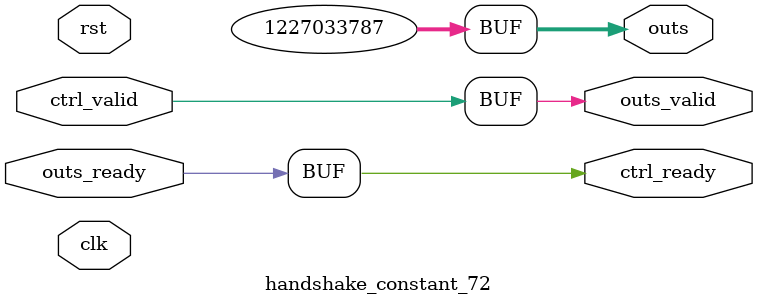
<source format=v>
`timescale 1ns / 1ps
module handshake_constant_72 #(
  parameter DATA_WIDTH = 32  // Default set to 32 bits
) (
  input                       clk,
  input                       rst,
  // Input Channel
  input                       ctrl_valid,
  output                      ctrl_ready,
  // Output Channel
  output [DATA_WIDTH - 1 : 0] outs,
  output                      outs_valid,
  input                       outs_ready
);
  assign outs       = 32'b01001001001000110000110010111011;
  assign outs_valid = ctrl_valid;
  assign ctrl_ready = outs_ready;

endmodule

</source>
